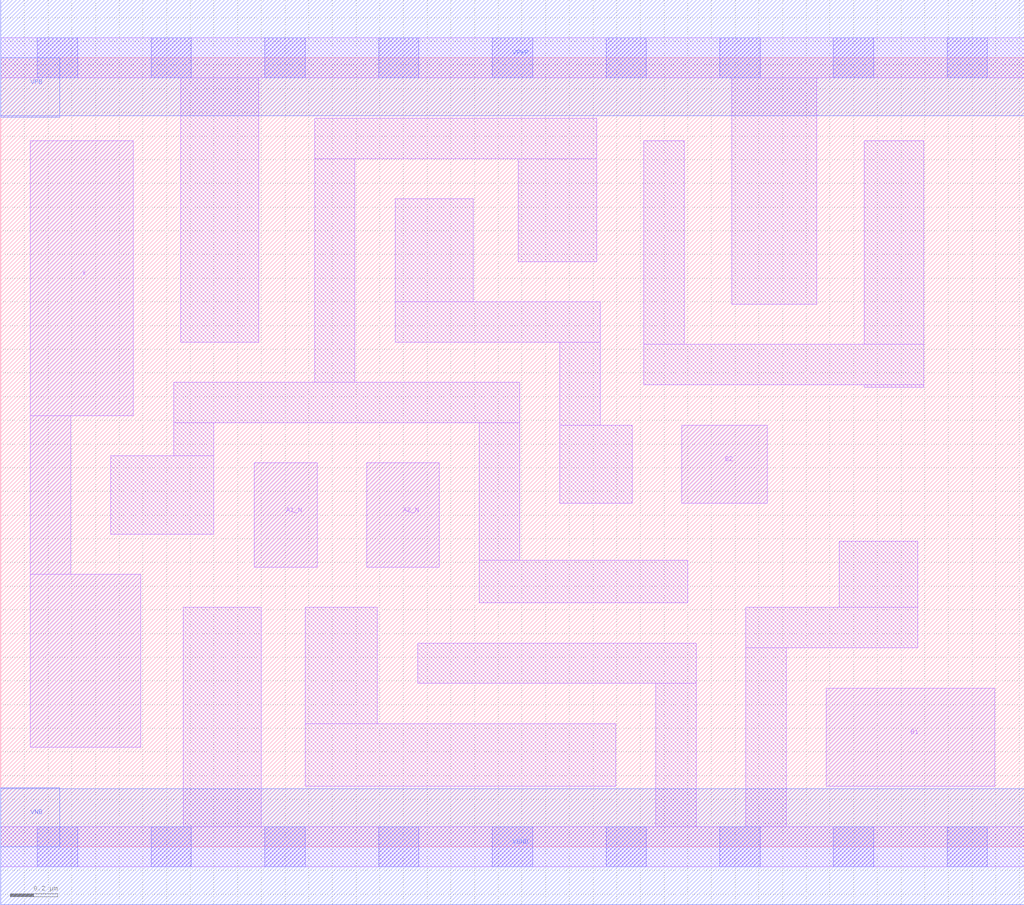
<source format=lef>
# Copyright 2020 The SkyWater PDK Authors
#
# Licensed under the Apache License, Version 2.0 (the "License");
# you may not use this file except in compliance with the License.
# You may obtain a copy of the License at
#
#     https://www.apache.org/licenses/LICENSE-2.0
#
# Unless required by applicable law or agreed to in writing, software
# distributed under the License is distributed on an "AS IS" BASIS,
# WITHOUT WARRANTIES OR CONDITIONS OF ANY KIND, either express or implied.
# See the License for the specific language governing permissions and
# limitations under the License.
#
# SPDX-License-Identifier: Apache-2.0

VERSION 5.5 ;
NAMESCASESENSITIVE ON ;
BUSBITCHARS "[]" ;
DIVIDERCHAR "/" ;
MACRO sky130_fd_sc_ms__a2bb2o_1
  CLASS CORE ;
  SOURCE USER ;
  ORIGIN  0.000000  0.000000 ;
  SIZE  4.320000 BY  3.330000 ;
  SYMMETRY X Y ;
  SITE unit ;
  PIN A1_N
    ANTENNAGATEAREA  0.233000 ;
    DIRECTION INPUT ;
    USE SIGNAL ;
    PORT
      LAYER li1 ;
        RECT 1.070000 1.180000 1.335000 1.620000 ;
    END
  END A1_N
  PIN A2_N
    ANTENNAGATEAREA  0.233000 ;
    DIRECTION INPUT ;
    USE SIGNAL ;
    PORT
      LAYER li1 ;
        RECT 1.545000 1.180000 1.850000 1.620000 ;
    END
  END A2_N
  PIN B1
    ANTENNAGATEAREA  0.246000 ;
    DIRECTION INPUT ;
    USE SIGNAL ;
    PORT
      LAYER li1 ;
        RECT 3.485000 0.255000 4.195000 0.670000 ;
    END
  END B1
  PIN B2
    ANTENNAGATEAREA  0.246000 ;
    DIRECTION INPUT ;
    USE SIGNAL ;
    PORT
      LAYER li1 ;
        RECT 2.875000 1.450000 3.235000 1.780000 ;
    END
  END B2
  PIN X
    ANTENNADIFFAREA  0.504100 ;
    DIRECTION OUTPUT ;
    USE SIGNAL ;
    PORT
      LAYER li1 ;
        RECT 0.125000 0.420000 0.590000 1.150000 ;
        RECT 0.125000 1.150000 0.295000 1.820000 ;
        RECT 0.125000 1.820000 0.560000 2.980000 ;
    END
  END X
  PIN VGND
    DIRECTION INOUT ;
    USE GROUND ;
    PORT
      LAYER met1 ;
        RECT 0.000000 -0.245000 4.320000 0.245000 ;
    END
  END VGND
  PIN VNB
    DIRECTION INOUT ;
    USE GROUND ;
    PORT
    END
  END VNB
  PIN VPB
    DIRECTION INOUT ;
    USE POWER ;
    PORT
    END
  END VPB
  PIN VNB
    DIRECTION INOUT ;
    USE GROUND ;
    PORT
      LAYER met1 ;
        RECT 0.000000 0.000000 0.250000 0.250000 ;
    END
  END VNB
  PIN VPB
    DIRECTION INOUT ;
    USE POWER ;
    PORT
      LAYER met1 ;
        RECT 0.000000 3.080000 0.250000 3.330000 ;
    END
  END VPB
  PIN VPWR
    DIRECTION INOUT ;
    USE POWER ;
    PORT
      LAYER met1 ;
        RECT 0.000000 3.085000 4.320000 3.575000 ;
    END
  END VPWR
  OBS
    LAYER li1 ;
      RECT 0.000000 -0.085000 4.320000 0.085000 ;
      RECT 0.000000  3.245000 4.320000 3.415000 ;
      RECT 0.465000  1.320000 0.900000 1.650000 ;
      RECT 0.730000  1.650000 0.900000 1.790000 ;
      RECT 0.730000  1.790000 2.190000 1.960000 ;
      RECT 0.760000  2.130000 1.090000 3.245000 ;
      RECT 0.770000  0.085000 1.100000 1.010000 ;
      RECT 1.285000  0.255000 2.595000 0.520000 ;
      RECT 1.285000  0.520000 1.590000 1.010000 ;
      RECT 1.325000  1.960000 1.495000 2.905000 ;
      RECT 1.325000  2.905000 2.515000 3.075000 ;
      RECT 1.665000  2.130000 2.530000 2.300000 ;
      RECT 1.665000  2.300000 1.995000 2.735000 ;
      RECT 1.760000  0.690000 2.935000 0.860000 ;
      RECT 2.020000  1.030000 2.900000 1.210000 ;
      RECT 2.020000  1.210000 2.190000 1.790000 ;
      RECT 2.185000  2.470000 2.515000 2.905000 ;
      RECT 2.360000  1.450000 2.665000 1.780000 ;
      RECT 2.360000  1.780000 2.530000 2.130000 ;
      RECT 2.715000  1.950000 3.895000 2.120000 ;
      RECT 2.715000  2.120000 2.885000 2.980000 ;
      RECT 2.765000  0.085000 2.935000 0.690000 ;
      RECT 3.085000  2.290000 3.445000 3.245000 ;
      RECT 3.145000  0.085000 3.315000 0.840000 ;
      RECT 3.145000  0.840000 3.870000 1.010000 ;
      RECT 3.540000  1.010000 3.870000 1.290000 ;
      RECT 3.645000  1.940000 3.895000 1.950000 ;
      RECT 3.645000  2.120000 3.895000 2.980000 ;
    LAYER mcon ;
      RECT 0.155000 -0.085000 0.325000 0.085000 ;
      RECT 0.155000  3.245000 0.325000 3.415000 ;
      RECT 0.635000 -0.085000 0.805000 0.085000 ;
      RECT 0.635000  3.245000 0.805000 3.415000 ;
      RECT 1.115000 -0.085000 1.285000 0.085000 ;
      RECT 1.115000  3.245000 1.285000 3.415000 ;
      RECT 1.595000 -0.085000 1.765000 0.085000 ;
      RECT 1.595000  3.245000 1.765000 3.415000 ;
      RECT 2.075000 -0.085000 2.245000 0.085000 ;
      RECT 2.075000  3.245000 2.245000 3.415000 ;
      RECT 2.555000 -0.085000 2.725000 0.085000 ;
      RECT 2.555000  3.245000 2.725000 3.415000 ;
      RECT 3.035000 -0.085000 3.205000 0.085000 ;
      RECT 3.035000  3.245000 3.205000 3.415000 ;
      RECT 3.515000 -0.085000 3.685000 0.085000 ;
      RECT 3.515000  3.245000 3.685000 3.415000 ;
      RECT 3.995000 -0.085000 4.165000 0.085000 ;
      RECT 3.995000  3.245000 4.165000 3.415000 ;
  END
END sky130_fd_sc_ms__a2bb2o_1
END LIBRARY

</source>
